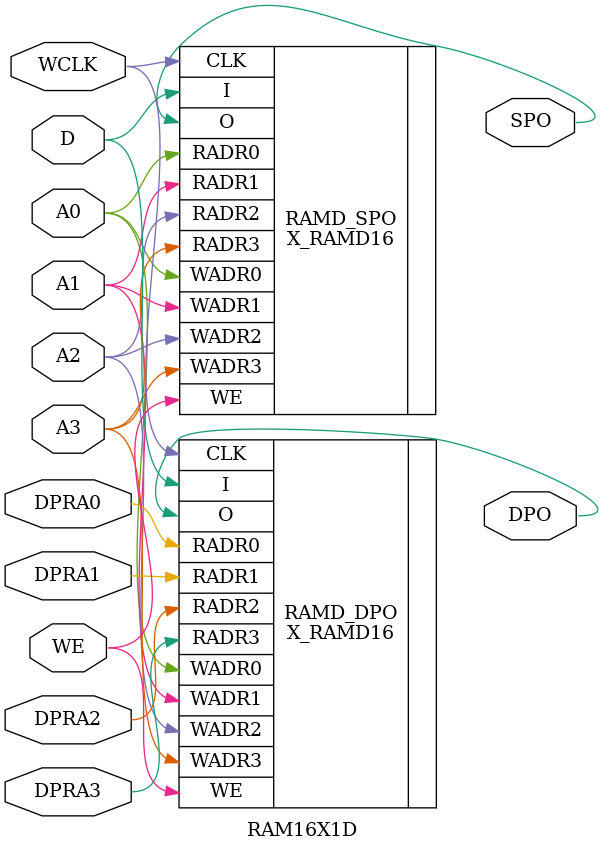
<source format=v>

/*

FUNCTION    : 16x1 Dual Port Static RAM with synchronous write capability

*/

// `celldefine
`timescale  100 ps / 10 ps

module RAM16X1D (DPO, SPO, A0, A1, A2, A3, D, DPRA0, DPRA1, DPRA2, DPRA3, WCLK, WE);

    parameter INIT = 16'h0000;

    output DPO, SPO;

    input  A0, A1, A2, A3, D, DPRA0, DPRA1, DPRA2, DPRA3, WCLK, WE;

    X_RAMD16 RAMD_SPO (
      .RADR0 (A0),
      .RADR1 (A1),
      .RADR2 (A2),
      .RADR3 (A3),
      .WADR0 (A0),
      .WADR1 (A1),
      .WADR2 (A2),
      .WADR3 (A3),
      .I (D),
      .CLK (WCLK),
      .WE (WE),
      .O (SPO)
    );

    X_RAMD16 RAMD_DPO (
      .RADR0 (DPRA0),
      .RADR1 (DPRA1),
      .RADR2 (DPRA2),
      .RADR3 (DPRA3),
      .WADR0 (A0),
      .WADR1 (A1),
      .WADR2 (A2),
      .WADR3 (A3),
      .I (D),
      .CLK (WCLK),
      .WE (WE),
      .O (DPO)
    );

endmodule

</source>
